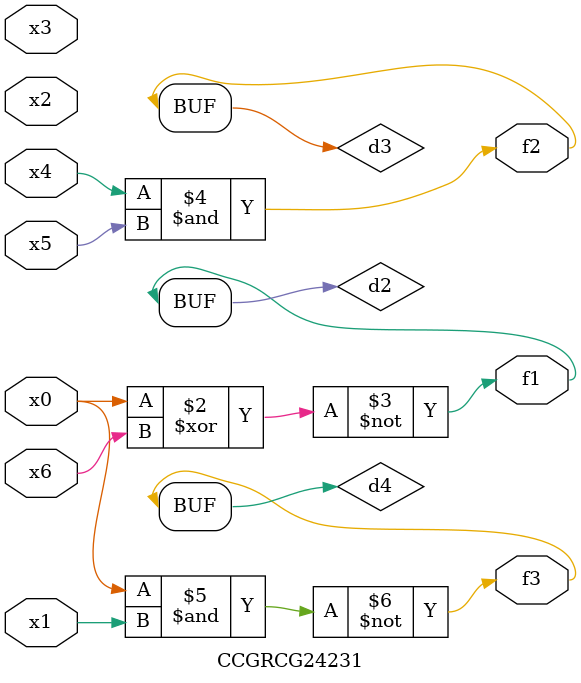
<source format=v>
module CCGRCG24231(
	input x0, x1, x2, x3, x4, x5, x6,
	output f1, f2, f3
);

	wire d1, d2, d3, d4;

	nor (d1, x0);
	xnor (d2, x0, x6);
	and (d3, x4, x5);
	nand (d4, x0, x1);
	assign f1 = d2;
	assign f2 = d3;
	assign f3 = d4;
endmodule

</source>
